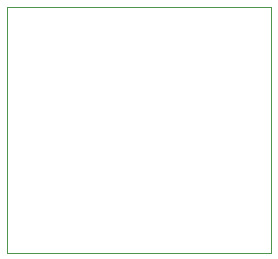
<source format=gbr>
G04 #@! TF.GenerationSoftware,KiCad,Pcbnew,(5.1.5)-3*
G04 #@! TF.CreationDate,2020-07-12T19:07:34-04:00*
G04 #@! TF.ProjectId,BreakoutSI4463PRORev3,42726561-6b6f-4757-9453-493434363350,rev?*
G04 #@! TF.SameCoordinates,Original*
G04 #@! TF.FileFunction,Profile,NP*
%FSLAX46Y46*%
G04 Gerber Fmt 4.6, Leading zero omitted, Abs format (unit mm)*
G04 Created by KiCad (PCBNEW (5.1.5)-3) date 2020-07-12 19:07:34*
%MOMM*%
%LPD*%
G04 APERTURE LIST*
%ADD10C,0.050000*%
G04 APERTURE END LIST*
D10*
X140208000Y-113284000D02*
X140208000Y-92456000D01*
X117856000Y-113284000D02*
X140208000Y-113284000D01*
X117856000Y-92456000D02*
X117856000Y-113284000D01*
X140208000Y-92456000D02*
X117856000Y-92456000D01*
M02*

</source>
